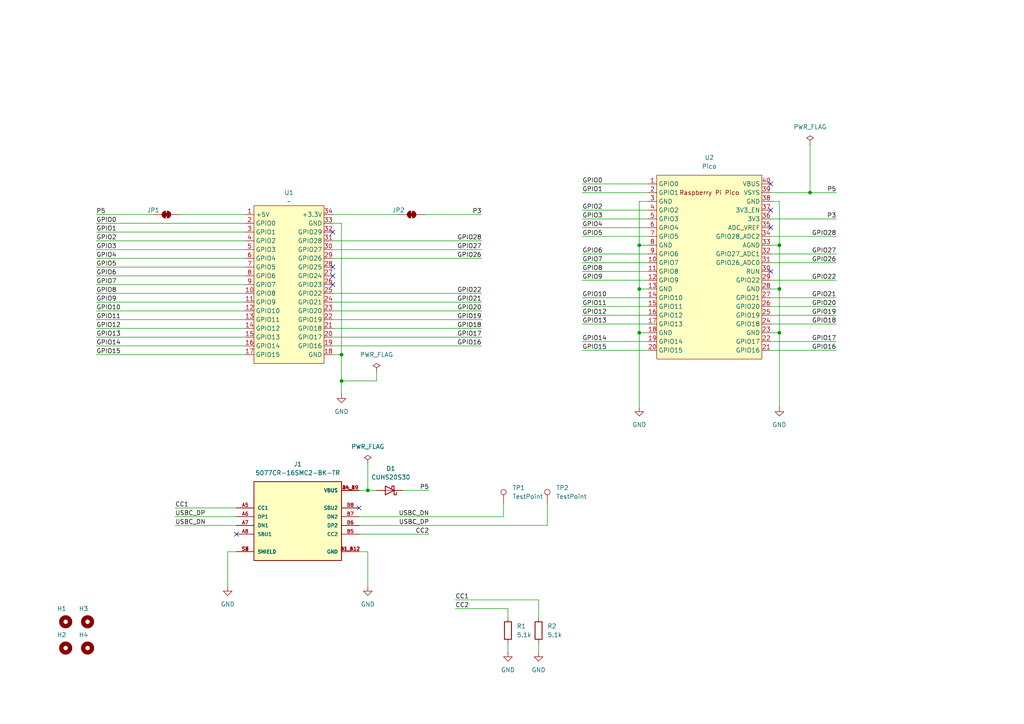
<source format=kicad_sch>
(kicad_sch (version 20231120) (generator "eeschema") (generator_version "8.0")
  (paper "A4")
  (lib_symbols
    (symbol "Connector:TestPoint" (pin_numbers hide) (pin_names (offset 0.762) hide)
      (property "Reference" "TP" (at 0 6.858 0))
      (property "Value" "TestPoint" (at 0 5.08 0))
      (symbol "TestPoint_0_1"
        (circle (center 0 3.302) (radius 0.762))
      )
      (symbol "TestPoint_1_1"
        (pin passive line (at 0 0 90) (length 2.54) (name "1") (number "1"))
      )
    )
    (symbol "Device:D_Schottky" (pin_numbers hide) (pin_names (offset 1.016) hide)
      (property "Reference" "D" (at 0 2.54 0))
      (property "Value" "D_Schottky" (at 0 -2.54 0))
      (symbol "D_Schottky_0_1"
        (polyline (pts (xy 1.27 0) (xy -1.27 0)))
        (polyline (pts (xy 1.27 1.27) (xy 1.27 -1.27) (xy -1.27 0) (xy 1.27 1.27)) (stroke (width 0.254)))
        (polyline (pts (xy -1.905 0.635) (xy -1.905 1.27) (xy -1.27 1.27) (xy -1.27 -1.27) (xy -0.635 -1.27) (xy -0.635 -0.635)) (stroke (width 0.254)))
      )
      (symbol "D_Schottky_1_1"
        (pin passive line (at -3.81 0 0) (length 2.54) (name "K") (number "1"))
        (pin passive line (at 3.81 0 180) (length 2.54) (name "A") (number "2"))
      )
    )
    (symbol "Device:R" (pin_numbers hide) (pin_names (offset 0))
      (property "Reference" "R" (at 2.032 0 90))
      (property "Value" "R" (at 0 0 90))
      (symbol "R_0_1"
        (rectangle (start -1.016 -2.54) (end 1.016 2.54) (stroke (width 0.254)))
      )
      (symbol "R_1_1"
        (pin passive line (at 0 3.81 270) (length 1.27) (name "~") (number "1"))
        (pin passive line (at 0 -3.81 90) (length 1.27) (name "~") (number "2"))
      )
    )
    (symbol "Jumper:SolderJumper_2_Bridged" (pin_numbers hide) (pin_names (offset 0) hide) (exclude_from_sim yes) (in_bom no)
      (property "Reference" "JP" (at 0 2.032 0))
      (property "Value" "SolderJumper_2_Bridged" (at 0 -2.54 0))
      (symbol "SolderJumper_2_Bridged_0_1"
        (rectangle (start -0.508 0.508) (end 0.508 -0.508) (fill (type outline)))
        (arc (start -0.254 1.016) (mid -1.2656 0) (end -0.254 -1.016))
        (arc (start -0.254 1.016) (mid -1.2656 0) (end -0.254 -1.016) (fill (type outline)))
        (polyline (pts (xy -0.254 1.016) (xy -0.254 -1.016)))
        (polyline (pts (xy 0.254 1.016) (xy 0.254 -1.016)))
        (arc (start 0.254 -1.016) (mid 1.2656 0) (end 0.254 1.016))
        (arc (start 0.254 -1.016) (mid 1.2656 0) (end 0.254 1.016) (fill (type outline)))
      )
      (symbol "SolderJumper_2_Bridged_1_1"
        (pin passive line (at -3.81 0 0) (length 2.54) (name "A") (number "1"))
        (pin passive line (at 3.81 0 180) (length 2.54) (name "B") (number "2"))
      )
    )
    (symbol "Mechanical:MountingHole" (pin_names (offset 1.016)) (exclude_from_sim yes) (in_bom no)
      (property "Reference" "H" (at 0 5.08 0))
      (property "Value" "MountingHole" (at 0 3.175 0))
      (symbol "MountingHole_0_1"
        (circle (center 0 0) (radius 1.27) (stroke (width 1.27)))
      )
    )
    (symbol "ae-rp2040:AE-RP2040"
      (property "Reference" "U" (at 0 24.13 0))
      (symbol "AE-RP2040_1_1"
        (rectangle (start -10.16 22.86) (end 10.16 -22.86) (fill (type background)))
        (pin power_out line (at -12.7 20.32 0) (length 2.54) (name "+5V") (number "1"))
        (pin bidirectional line (at -12.7 -2.54 0) (length 2.54) (name "GPIO8") (number "10"))
        (pin bidirectional line (at -12.7 -5.08 0) (length 2.54) (name "GPIO9") (number "11"))
        (pin bidirectional line (at -12.7 -7.62 0) (length 2.54) (name "GPIO10") (number "12"))
        (pin bidirectional line (at -12.7 -10.16 0) (length 2.54) (name "GPIO11") (number "13"))
        (pin bidirectional line (at -12.7 -12.7 0) (length 2.54) (name "GPIO12") (number "14"))
        (pin bidirectional line (at -12.7 -15.24 0) (length 2.54) (name "GPIO13") (number "15"))
        (pin bidirectional line (at -12.7 -17.78 0) (length 2.54) (name "GPIO14") (number "16"))
        (pin bidirectional line (at -12.7 -20.32 0) (length 2.54) (name "GPIO15") (number "17"))
        (pin power_in line (at 12.7 -20.32 180) (length 2.54) (name "GND") (number "18"))
        (pin bidirectional line (at 12.7 -17.78 180) (length 2.54) (name "GPIO16") (number "19"))
        (pin bidirectional line (at -12.7 17.78 0) (length 2.54) (name "GPIO0") (number "2"))
        (pin bidirectional line (at 12.7 -15.24 180) (length 2.54) (name "GPIO17") (number "20"))
        (pin bidirectional line (at 12.7 -12.7 180) (length 2.54) (name "GPIO18") (number "21"))
        (pin bidirectional line (at 12.7 -10.16 180) (length 2.54) (name "GPIO19") (number "22"))
        (pin bidirectional line (at 12.7 -7.62 180) (length 2.54) (name "GPIO20") (number "23"))
        (pin bidirectional line (at 12.7 -5.08 180) (length 2.54) (name "GPIO21") (number "24"))
        (pin bidirectional line (at 12.7 -2.54 180) (length 2.54) (name "GPIO22") (number "25"))
        (pin bidirectional line (at 12.7 0 180) (length 2.54) (name "GPIO23") (number "26"))
        (pin bidirectional line (at 12.7 2.54 180) (length 2.54) (name "GPIO24") (number "27"))
        (pin bidirectional line (at 12.7 5.08 180) (length 2.54) (name "GPIO25") (number "28"))
        (pin bidirectional line (at 12.7 7.62 180) (length 2.54) (name "GPIO26") (number "29"))
        (pin bidirectional line (at -12.7 15.24 0) (length 2.54) (name "GPIO1") (number "3"))
        (pin bidirectional line (at 12.7 10.16 180) (length 2.54) (name "GPIO27") (number "30"))
        (pin bidirectional line (at 12.7 12.7 180) (length 2.54) (name "GPIO28") (number "31"))
        (pin bidirectional line (at 12.7 15.24 180) (length 2.54) (name "GPIO29") (number "32"))
        (pin power_in line (at 12.7 17.78 180) (length 2.54) (name "GND") (number "33"))
        (pin power_out line (at 12.7 20.32 180) (length 2.54) (name "+3.3V") (number "34"))
        (pin bidirectional line (at -12.7 12.7 0) (length 2.54) (name "GPIO2") (number "4"))
        (pin bidirectional line (at -12.7 10.16 0) (length 2.54) (name "GPIO3") (number "5"))
        (pin bidirectional line (at -12.7 7.62 0) (length 2.54) (name "GPIO4") (number "6"))
        (pin bidirectional line (at -12.7 5.08 0) (length 2.54) (name "GPIO5") (number "7"))
        (pin bidirectional line (at -12.7 2.54 0) (length 2.54) (name "GPIO6") (number "8"))
        (pin bidirectional line (at -12.7 0 0) (length 2.54) (name "GPIO7") (number "9"))
      )
    )
    (symbol "my_pico:my_pico_no_dbg"
      (property "Reference" "U" (at -13.97 27.94 0))
      (property "Value" "Pico" (at 0 19.05 0))
      (symbol "my_pico_no_dbg_0_0"
        (text "Raspberry Pi Pico" (at 0 21.59 0) (effects (font (size 1.27 1.27))))
      )
      (symbol "my_pico_no_dbg_0_1"
        (rectangle (start -15.24 26.67) (end 15.24 -26.67) (fill (type background)))
      )
      (symbol "my_pico_no_dbg_1_1"
        (pin bidirectional line (at -17.78 24.13 0) (length 2.54) (name "GPIO0") (number "1"))
        (pin bidirectional line (at -17.78 1.27 0) (length 2.54) (name "GPIO7") (number "10"))
        (pin bidirectional line (at -17.78 -1.27 0) (length 2.54) (name "GPIO8") (number "11"))
        (pin bidirectional line (at -17.78 -3.81 0) (length 2.54) (name "GPIO9") (number "12"))
        (pin power_in line (at -17.78 -6.35 0) (length 2.54) (name "GND") (number "13"))
        (pin bidirectional line (at -17.78 -8.89 0) (length 2.54) (name "GPIO10") (number "14"))
        (pin bidirectional line (at -17.78 -11.43 0) (length 2.54) (name "GPIO11") (number "15"))
        (pin bidirectional line (at -17.78 -13.97 0) (length 2.54) (name "GPIO12") (number "16"))
        (pin bidirectional line (at -17.78 -16.51 0) (length 2.54) (name "GPIO13") (number "17"))
        (pin power_in line (at -17.78 -19.05 0) (length 2.54) (name "GND") (number "18"))
        (pin bidirectional line (at -17.78 -21.59 0) (length 2.54) (name "GPIO14") (number "19"))
        (pin bidirectional line (at -17.78 21.59 0) (length 2.54) (name "GPIO1") (number "2"))
        (pin bidirectional line (at -17.78 -24.13 0) (length 2.54) (name "GPIO15") (number "20"))
        (pin bidirectional line (at 17.78 -24.13 180) (length 2.54) (name "GPIO16") (number "21"))
        (pin bidirectional line (at 17.78 -21.59 180) (length 2.54) (name "GPIO17") (number "22"))
        (pin power_in line (at 17.78 -19.05 180) (length 2.54) (name "GND") (number "23"))
        (pin bidirectional line (at 17.78 -16.51 180) (length 2.54) (name "GPIO18") (number "24"))
        (pin bidirectional line (at 17.78 -13.97 180) (length 2.54) (name "GPIO19") (number "25"))
        (pin bidirectional line (at 17.78 -11.43 180) (length 2.54) (name "GPIO20") (number "26"))
        (pin bidirectional line (at 17.78 -8.89 180) (length 2.54) (name "GPIO21") (number "27"))
        (pin power_in line (at 17.78 -6.35 180) (length 2.54) (name "GND") (number "28"))
        (pin bidirectional line (at 17.78 -3.81 180) (length 2.54) (name "GPIO22") (number "29"))
        (pin power_in line (at -17.78 19.05 0) (length 2.54) (name "GND") (number "3"))
        (pin input line (at 17.78 -1.27 180) (length 2.54) (name "RUN") (number "30"))
        (pin bidirectional line (at 17.78 1.27 180) (length 2.54) (name "GPIO26_ADC0") (number "31"))
        (pin bidirectional line (at 17.78 3.81 180) (length 2.54) (name "GPIO27_ADC1") (number "32"))
        (pin power_in line (at 17.78 6.35 180) (length 2.54) (name "AGND") (number "33"))
        (pin bidirectional line (at 17.78 8.89 180) (length 2.54) (name "GPIO28_ADC2") (number "34"))
        (pin power_in line (at 17.78 11.43 180) (length 2.54) (name "ADC_VREF") (number "35"))
        (pin power_out line (at 17.78 13.97 180) (length 2.54) (name "3V3") (number "36"))
        (pin input line (at 17.78 16.51 180) (length 2.54) (name "3V3_EN") (number "37"))
        (pin power_in line (at 17.78 19.05 180) (length 2.54) (name "GND") (number "38"))
        (pin power_in line (at 17.78 21.59 180) (length 2.54) (name "VSYS") (number "39"))
        (pin bidirectional line (at -17.78 16.51 0) (length 2.54) (name "GPIO2") (number "4"))
        (pin power_in line (at 17.78 24.13 180) (length 2.54) (name "VBUS") (number "40"))
        (pin bidirectional line (at -17.78 13.97 0) (length 2.54) (name "GPIO3") (number "5"))
        (pin bidirectional line (at -17.78 11.43 0) (length 2.54) (name "GPIO4") (number "6"))
        (pin bidirectional line (at -17.78 8.89 0) (length 2.54) (name "GPIO5") (number "7"))
        (pin power_in line (at -17.78 6.35 0) (length 2.54) (name "GND") (number "8"))
        (pin bidirectional line (at -17.78 3.81 0) (length 2.54) (name "GPIO6") (number "9"))
      )
    )
    (symbol "power:GND" (power) (pin_numbers hide) (pin_names (offset 0) hide)
      (property "Value" "GND" (at 0 -3.81 0))
      (symbol "GND_0_1"
        (polyline (pts (xy 0 0) (xy 0 -1.27) (xy 1.27 -1.27) (xy 0 -2.54) (xy -1.27 -1.27) (xy 0 -1.27)))
      )
      (symbol "GND_1_1"
        (pin power_in line (at 0 0 270) (length 0) (name "~") (number "1"))
      )
    )
    (symbol "power:PWR_FLAG" (power) (pin_numbers hide) (pin_names (offset 0) hide)
      (property "Value" "PWR_FLAG" (at 0 3.81 0))
      (symbol "PWR_FLAG_0_0"
        (pin power_out line (at 0 0 90) (length 0) (name "~") (number "1"))
      )
      (symbol "PWR_FLAG_0_1"
        (polyline (pts (xy 0 0) (xy 0 1.27) (xy -1.016 1.905) (xy 0 2.54) (xy 1.016 1.905) (xy 0 1.27)))
      )
    )
    (symbol "usb-c:5077CR-16SMC2-BK-TR" (pin_names (offset 1.016))
      (property "Reference" "J" (at -12.7 10.922 0))
      (property "Value" "5077CR-16SMC2-BK-TR" (at -12.7 -15.24 0))
      (symbol "5077CR-16SMC2-BK-TR_0_0"
        (rectangle (start -12.7 -12.7) (end 12.7 10.16) (stroke (width 0.254)) (fill (type background)))
        (pin power_in line (at 17.78 -10.16 180) (length 5.08) (name "GND") (number "A1_B12"))
        (pin power_in line (at 17.78 7.62 180) (length 5.08) (name "VBUS") (number "A4_B9"))
        (pin passive line (at -17.78 2.54 0) (length 5.08) (name "CC1") (number "A5"))
        (pin passive line (at -17.78 0 0) (length 5.08) (name "DP1") (number "A6"))
        (pin passive line (at -17.78 -2.54 0) (length 5.08) (name "DN1") (number "A7"))
        (pin passive line (at -17.78 -5.08 0) (length 5.08) (name "SBU1") (number "A8"))
        (pin power_in line (at 17.78 -10.16 180) (length 5.08) (name "GND") (number "B1_A12"))
        (pin power_in line (at 17.78 7.62 180) (length 5.08) (name "VBUS") (number "B4_A9"))
        (pin passive line (at 17.78 -5.08 180) (length 5.08) (name "CC2") (number "B5"))
        (pin passive line (at 17.78 -2.54 180) (length 5.08) (name "DP2") (number "B6"))
        (pin passive line (at 17.78 0 180) (length 5.08) (name "DN2") (number "B7"))
        (pin passive line (at 17.78 2.54 180) (length 5.08) (name "SBU2") (number "B8"))
        (pin passive line (at -17.78 -10.16 0) (length 5.08) (name "SHIELD") (number "S1"))
        (pin passive line (at -17.78 -10.16 0) (length 5.08) (name "SHIELD") (number "S2"))
        (pin passive line (at -17.78 -10.16 0) (length 5.08) (name "SHIELD") (number "S3"))
        (pin passive line (at -17.78 -10.16 0) (length 5.08) (name "SHIELD") (number "S4"))
      )
    )
  )
  (junction (at 99.06 102.87))
  (junction (at 185.42 71.12))
  (junction (at 226.06 83.82))
  (junction (at 234.95 55.88))
  (junction (at 99.06 110.49))
  (junction (at 226.06 71.12))
  (junction (at 226.06 96.52))
  (junction (at 185.42 83.82))
  (junction (at 185.42 96.52))
  (junction (at 106.68 142.24))
  (no_connect (at 223.52 60.96))
  (no_connect (at 223.52 66.04))
  (no_connect (at 223.52 53.34))
  (no_connect (at 96.52 77.47))
  (no_connect (at 104.14 147.32))
  (no_connect (at 96.52 80.01))
  (no_connect (at 223.52 78.74))
  (no_connect (at 96.52 67.31))
  (no_connect (at 68.58 154.94))
  (no_connect (at 96.52 82.55))
  (wire (pts (xy 185.42 58.42) (xy 185.42 71.12)))
  (wire (pts (xy 185.42 83.82) (xy 185.42 96.52)))
  (wire (pts (xy 147.32 186.69) (xy 147.32 189.23)))
  (wire (pts (xy 96.52 87.63) (xy 139.7 87.63)))
  (wire (pts (xy 223.52 99.06) (xy 242.57 99.06)))
  (wire (pts (xy 168.91 78.74) (xy 187.96 78.74)))
  (wire (pts (xy 185.42 83.82) (xy 187.96 83.82)))
  (wire (pts (xy 223.52 63.5) (xy 242.57 63.5)))
  (wire (pts (xy 96.52 72.39) (xy 139.7 72.39)))
  (wire (pts (xy 223.52 58.42) (xy 226.06 58.42)))
  (wire (pts (xy 226.06 58.42) (xy 226.06 71.12)))
  (wire (pts (xy 185.42 58.42) (xy 187.96 58.42)))
  (wire (pts (xy 96.52 62.23) (xy 115.57 62.23)))
  (wire (pts (xy 168.91 73.66) (xy 187.96 73.66)))
  (wire (pts (xy 158.75 146.05) (xy 158.75 152.4)))
  (wire (pts (xy 27.94 64.77) (xy 71.12 64.77)))
  (wire (pts (xy 96.52 100.33) (xy 139.7 100.33)))
  (wire (pts (xy 96.52 85.09) (xy 139.7 85.09)))
  (wire (pts (xy 99.06 110.49) (xy 99.06 114.3)))
  (wire (pts (xy 223.52 73.66) (xy 242.57 73.66)))
  (wire (pts (xy 27.94 67.31) (xy 71.12 67.31)))
  (wire (pts (xy 96.52 95.25) (xy 139.7 95.25)))
  (wire (pts (xy 223.52 68.58) (xy 242.57 68.58)))
  (wire (pts (xy 27.94 62.23) (xy 44.45 62.23)))
  (wire (pts (xy 168.91 93.98) (xy 187.96 93.98)))
  (wire (pts (xy 226.06 83.82) (xy 226.06 96.52)))
  (wire (pts (xy 168.91 101.6) (xy 187.96 101.6)))
  (wire (pts (xy 123.19 62.23) (xy 139.7 62.23)))
  (wire (pts (xy 68.58 160.02) (xy 66.04 160.02)))
  (wire (pts (xy 234.95 55.88) (xy 242.57 55.88)))
  (wire (pts (xy 168.91 63.5) (xy 187.96 63.5)))
  (wire (pts (xy 168.91 76.2) (xy 187.96 76.2)))
  (wire (pts (xy 96.52 97.79) (xy 139.7 97.79)))
  (wire (pts (xy 104.14 152.4) (xy 158.75 152.4)))
  (wire (pts (xy 106.68 160.02) (xy 106.68 170.18)))
  (wire (pts (xy 96.52 69.85) (xy 139.7 69.85)))
  (wire (pts (xy 99.06 102.87) (xy 99.06 110.49)))
  (wire (pts (xy 50.8 147.32) (xy 68.58 147.32)))
  (wire (pts (xy 168.91 81.28) (xy 187.96 81.28)))
  (wire (pts (xy 27.94 80.01) (xy 71.12 80.01)))
  (wire (pts (xy 116.84 142.24) (xy 124.46 142.24)))
  (wire (pts (xy 50.8 149.86) (xy 68.58 149.86)))
  (wire (pts (xy 185.42 71.12) (xy 185.42 83.82)))
  (wire (pts (xy 223.52 83.82) (xy 226.06 83.82)))
  (wire (pts (xy 185.42 96.52) (xy 187.96 96.52)))
  (wire (pts (xy 106.68 142.24) (xy 109.22 142.24)))
  (wire (pts (xy 27.94 77.47) (xy 71.12 77.47)))
  (wire (pts (xy 27.94 87.63) (xy 71.12 87.63)))
  (wire (pts (xy 146.05 146.05) (xy 146.05 149.86)))
  (wire (pts (xy 168.91 88.9) (xy 187.96 88.9)))
  (wire (pts (xy 99.06 110.49) (xy 109.22 110.49)))
  (wire (pts (xy 185.42 96.52) (xy 185.42 118.11)))
  (wire (pts (xy 168.91 55.88) (xy 187.96 55.88)))
  (wire (pts (xy 156.21 179.07) (xy 156.21 173.99)))
  (wire (pts (xy 234.95 41.91) (xy 234.95 55.88)))
  (wire (pts (xy 27.94 102.87) (xy 71.12 102.87)))
  (wire (pts (xy 104.14 154.94) (xy 124.46 154.94)))
  (wire (pts (xy 104.14 160.02) (xy 106.68 160.02)))
  (wire (pts (xy 96.52 64.77) (xy 99.06 64.77)))
  (wire (pts (xy 223.52 55.88) (xy 234.95 55.88)))
  (wire (pts (xy 66.04 160.02) (xy 66.04 170.18)))
  (wire (pts (xy 168.91 91.44) (xy 187.96 91.44)))
  (wire (pts (xy 96.52 90.17) (xy 139.7 90.17)))
  (wire (pts (xy 223.52 71.12) (xy 226.06 71.12)))
  (wire (pts (xy 226.06 96.52) (xy 226.06 118.11)))
  (wire (pts (xy 223.52 81.28) (xy 242.57 81.28)))
  (wire (pts (xy 132.08 173.99) (xy 156.21 173.99)))
  (wire (pts (xy 27.94 97.79) (xy 71.12 97.79)))
  (wire (pts (xy 223.52 76.2) (xy 242.57 76.2)))
  (wire (pts (xy 223.52 101.6) (xy 242.57 101.6)))
  (wire (pts (xy 223.52 88.9) (xy 242.57 88.9)))
  (wire (pts (xy 27.94 72.39) (xy 71.12 72.39)))
  (wire (pts (xy 168.91 53.34) (xy 187.96 53.34)))
  (wire (pts (xy 50.8 152.4) (xy 68.58 152.4)))
  (wire (pts (xy 96.52 92.71) (xy 139.7 92.71)))
  (wire (pts (xy 96.52 102.87) (xy 99.06 102.87)))
  (wire (pts (xy 99.06 64.77) (xy 99.06 102.87)))
  (wire (pts (xy 185.42 71.12) (xy 187.96 71.12)))
  (wire (pts (xy 168.91 99.06) (xy 187.96 99.06)))
  (wire (pts (xy 27.94 85.09) (xy 71.12 85.09)))
  (wire (pts (xy 168.91 66.04) (xy 187.96 66.04)))
  (wire (pts (xy 226.06 71.12) (xy 226.06 83.82)))
  (wire (pts (xy 168.91 68.58) (xy 187.96 68.58)))
  (wire (pts (xy 168.91 60.96) (xy 187.96 60.96)))
  (wire (pts (xy 223.52 91.44) (xy 242.57 91.44)))
  (wire (pts (xy 27.94 95.25) (xy 71.12 95.25)))
  (wire (pts (xy 156.21 186.69) (xy 156.21 189.23)))
  (wire (pts (xy 52.07 62.23) (xy 71.12 62.23)))
  (wire (pts (xy 223.52 93.98) (xy 242.57 93.98)))
  (wire (pts (xy 106.68 134.62) (xy 106.68 142.24)))
  (wire (pts (xy 27.94 82.55) (xy 71.12 82.55)))
  (wire (pts (xy 104.14 149.86) (xy 146.05 149.86)))
  (wire (pts (xy 27.94 90.17) (xy 71.12 90.17)))
  (wire (pts (xy 27.94 92.71) (xy 71.12 92.71)))
  (wire (pts (xy 27.94 74.93) (xy 71.12 74.93)))
  (wire (pts (xy 27.94 100.33) (xy 71.12 100.33)))
  (wire (pts (xy 109.22 107.95) (xy 109.22 110.49)))
  (wire (pts (xy 104.14 142.24) (xy 106.68 142.24)))
  (wire (pts (xy 96.52 74.93) (xy 139.7 74.93)))
  (wire (pts (xy 147.32 179.07) (xy 147.32 176.53)))
  (wire (pts (xy 168.91 86.36) (xy 187.96 86.36)))
  (wire (pts (xy 223.52 86.36) (xy 242.57 86.36)))
  (wire (pts (xy 27.94 69.85) (xy 71.12 69.85)))
  (wire (pts (xy 132.08 176.53) (xy 147.32 176.53)))
  (wire (pts (xy 223.52 96.52) (xy 226.06 96.52)))
  (label "GPIO16" (at 242.57 101.6 180))
  (label "GPIO11" (at 27.94 92.71 0))
  (label "P5" (at 27.94 62.23 0))
  (label "P3" (at 139.7 62.23 180))
  (label "GPIO10" (at 168.91 86.36 0))
  (label "GPIO20" (at 242.57 88.9 180))
  (label "GPIO27" (at 139.7 72.39 180))
  (label "GPIO18" (at 139.7 95.25 180))
  (label "USBC_DN" (at 124.46 149.86 180))
  (label "GPIO0" (at 27.94 64.77 0))
  (label "P3" (at 242.57 63.5 180))
  (label "CC1" (at 50.8 147.32 0))
  (label "GPIO7" (at 168.91 76.2 0))
  (label "GPIO1" (at 27.94 67.31 0))
  (label "GPIO10" (at 27.94 90.17 0))
  (label "GPIO22" (at 242.57 81.28 180))
  (label "P5" (at 242.57 55.88 180))
  (label "CC2" (at 124.46 154.94 180))
  (label "GPIO27" (at 242.57 73.66 180))
  (label "GPIO12" (at 168.91 91.44 0))
  (label "GPIO1" (at 168.91 55.88 0))
  (label "CC2" (at 132.08 176.53 0))
  (label "GPIO9" (at 168.91 81.28 0))
  (label "GPIO3" (at 27.94 72.39 0))
  (label "GPIO14" (at 168.91 99.06 0))
  (label "USBC_DP" (at 124.46 152.4 180))
  (label "GPIO11" (at 168.91 88.9 0))
  (label "GPIO8" (at 27.94 85.09 0))
  (label "GPIO19" (at 242.57 91.44 180))
  (label "CC1" (at 132.08 173.99 0))
  (label "GPIO17" (at 242.57 99.06 180))
  (label "GPIO21" (at 242.57 86.36 180))
  (label "GPIO13" (at 168.91 93.98 0))
  (label "GPIO2" (at 168.91 60.96 0))
  (label "GPIO6" (at 27.94 80.01 0))
  (label "GPIO26" (at 242.57 76.2 180))
  (label "GPIO19" (at 139.7 92.71 180))
  (label "GPIO8" (at 168.91 78.74 0))
  (label "GPIO28" (at 242.57 68.58 180))
  (label "GPIO6" (at 168.91 73.66 0))
  (label "GPIO16" (at 139.7 100.33 180))
  (label "GPIO26" (at 139.7 74.93 180))
  (label "GPIO4" (at 168.91 66.04 0))
  (label "P5" (at 124.46 142.24 180))
  (label "GPIO7" (at 27.94 82.55 0))
  (label "GPIO5" (at 168.91 68.58 0))
  (label "GPIO28" (at 139.7 69.85 180))
  (label "GPIO20" (at 139.7 90.17 180))
  (label "GPIO17" (at 139.7 97.79 180))
  (label "GPIO15" (at 27.94 102.87 0))
  (label "GPIO3" (at 168.91 63.5 0))
  (label "GPIO22" (at 139.7 85.09 180))
  (label "GPIO2" (at 27.94 69.85 0))
  (label "GPIO12" (at 27.94 95.25 0))
  (label "USBC_DN" (at 50.8 152.4 0))
  (label "GPIO5" (at 27.94 77.47 0))
  (label "GPIO18" (at 242.57 93.98 180))
  (label "GPIO14" (at 27.94 100.33 0))
  (label "GPIO15" (at 168.91 101.6 0))
  (label "GPIO0" (at 168.91 53.34 0))
  (label "GPIO21" (at 139.7 87.63 180))
  (label "GPIO9" (at 27.94 87.63 0))
  (label "GPIO13" (at 27.94 97.79 0))
  (label "GPIO4" (at 27.94 74.93 0))
  (label "USBC_DP" (at 50.8 149.86 0))
  (symbol (lib_id "Mechanical:MountingHole") (at 19.05 180.34 0) (unit 1) (exclude_from_sim yes) (in_bom no)
    (property "Reference" "H1" (at 16.51 176.53 0) (effects (justify left)))
    (property "Value" "MountingHole" (effects (hide yes)))
    (property "Footprint" "MountingHole:MountingHole_3.2mm_M3" (effects (hide yes)))
    (property "Description" "Mounting Hole without connection" (effects (hide yes)))
  )
  (symbol (lib_id "power:GND") (at 99.06 114.3 0) (unit 1)
    (property "Reference" "#PWR02" (effects (hide yes)))
    (property "Value" "GND" (at 99.06 119.38 0))
    (property "Description" "Power symbol creates a global label with name \"GND\" , ground" (effects (hide yes)))
  )
  (symbol (lib_id "Device:D_Schottky") (at 113.03 142.24 180) (unit 1)
    (property "Reference" "D1" (at 113.3475 135.89 0))
    (property "Value" "CUHS20S30" (at 113.3475 138.43 0))
    (property "Footprint" "Diode_SMD:D_SOD-323_HandSoldering" (effects (hide yes)))
    (property "Description" "Schottky diode" (effects (hide yes)))
  )
  (symbol (lib_id "power:GND") (at 147.32 189.23 0) (unit 1)
    (property "Reference" "#PWR04" (effects (hide yes)))
    (property "Value" "GND" (at 147.32 194.31 0))
    (property "Description" "Power symbol creates a global label with name \"GND\" , ground" (effects (hide yes)))
  )
  (symbol (lib_id "power:PWR_FLAG") (at 106.68 134.62 0) (unit 1)
    (property "Reference" "#FLG01" (effects (hide yes)))
    (property "Value" "PWR_FLAG" (at 106.68 129.54 0))
    (property "Description" "Special symbol for telling ERC where power comes from" (effects (hide yes)))
  )
  (symbol (lib_id "Mechanical:MountingHole") (at 25.4 180.34 0) (unit 1) (exclude_from_sim yes) (in_bom no)
    (property "Reference" "H3" (at 22.86 176.53 0) (effects (justify left)))
    (property "Value" "MountingHole" (effects (hide yes)))
    (property "Footprint" "MountingHole:MountingHole_3.2mm_M3" (effects (hide yes)))
    (property "Description" "Mounting Hole without connection" (effects (hide yes)))
  )
  (symbol (lib_id "power:PWR_FLAG") (at 234.95 41.91 0) (unit 1)
    (property "Reference" "#FLG03" (effects (hide yes)))
    (property "Value" "PWR_FLAG" (at 234.95 36.83 0))
    (property "Description" "Special symbol for telling ERC where power comes from" (effects (hide yes)))
  )
  (symbol (lib_id "power:GND") (at 226.06 118.11 0) (unit 1)
    (property "Reference" "#PWR07" (effects (hide yes)))
    (property "Value" "GND" (at 226.06 123.19 0))
    (property "Description" "Power symbol creates a global label with name \"GND\" , ground" (effects (hide yes)))
  )
  (symbol (lib_id "power:GND") (at 66.04 170.18 0) (unit 1)
    (property "Reference" "#PWR01" (effects (hide yes)))
    (property "Value" "GND" (at 66.04 175.26 0))
    (property "Description" "Power symbol creates a global label with name \"GND\" , ground" (effects (hide yes)))
  )
  (symbol (lib_id "power:GND") (at 185.42 118.11 0) (unit 1)
    (property "Reference" "#PWR06" (effects (hide yes)))
    (property "Value" "GND" (at 185.42 123.19 0))
    (property "Description" "Power symbol creates a global label with name \"GND\" , ground" (effects (hide yes)))
  )
  (symbol (lib_id "usb-c:5077CR-16SMC2-BK-TR") (at 86.36 149.86 0) (unit 1)
    (property "Reference" "J1" (at 86.36 134.62 0))
    (property "Value" "5077CR-16SMC2-BK-TR" (at 86.36 137.16 0))
    (property "Footprint" "usb-c:NELTRON_5077CR-16SMC2-BK-TR" (effects (hide yes)))
    (property "MF" "Neltron" (effects (hide yes)))
    (property "MAXIMUM_PACKAGE_HEIGHT" "3.26mm" (effects (hide yes)))
    (property "Package" "Package" (effects (hide yes)))
    (property "Price" "None" (effects (hide yes)))
    (property "Check_prices" "https://www.snapeda.com/parts/5077CR-16SMC2-BK-TR/Neltron/view-part/?ref=eda" (effects (hide yes)))
    (property "STANDARD" "Manufacturer Recommendations" (effects (hide yes)))
    (property "PARTREV" "B" (effects (hide yes)))
    (property "SnapEDA_Link" "https://www.snapeda.com/parts/5077CR-16SMC2-BK-TR/Neltron/view-part/?ref=snap" (effects (hide yes)))
    (property "MP" "5077CR-16SMC2-BK-TR" (effects (hide yes)))
    (property "Description_1" "\nUSB 3.1 C Type Female with Peg\n" (effects (hide yes)))
    (property "MANUFACTURER" "Neltron" (effects (hide yes)))
    (property "Availability" "Not in stock" (effects (hide yes)))
    (property "SNAPEDA_PN" "5077CR-16SMC2-BK-TR" (effects (hide yes)))
  )
  (symbol (lib_id "Device:R") (at 156.21 182.88 0) (unit 1)
    (property "Reference" "R2" (at 158.75 181.6099 0) (effects (justify left)))
    (property "Value" "5.1k" (at 158.75 184.1499 0) (effects (justify left)))
    (property "Footprint" "Resistor_SMD:R_0603_1608Metric" (effects (hide yes)))
    (property "Description" "Resistor" (effects (hide yes)))
  )
  (symbol (lib_id "Mechanical:MountingHole") (at 25.4 187.96 0) (unit 1) (exclude_from_sim yes) (in_bom no)
    (property "Reference" "H4" (at 22.86 184.15 0) (effects (justify left)))
    (property "Value" "MountingHole" (effects (hide yes)))
    (property "Footprint" "MountingHole:MountingHole_3.2mm_M3" (effects (hide yes)))
    (property "Description" "Mounting Hole without connection" (effects (hide yes)))
  )
  (symbol (lib_id "power:GND") (at 156.21 189.23 0) (unit 1)
    (property "Reference" "#PWR05" (effects (hide yes)))
    (property "Value" "GND" (at 156.21 194.31 0))
    (property "Description" "Power symbol creates a global label with name \"GND\" , ground" (effects (hide yes)))
  )
  (symbol (lib_id "Mechanical:MountingHole") (at 19.05 187.96 0) (unit 1) (exclude_from_sim yes) (in_bom no)
    (property "Reference" "H2" (at 16.51 184.15 0) (effects (justify left)))
    (property "Value" "MountingHole" (effects (hide yes)))
    (property "Footprint" "MountingHole:MountingHole_3.2mm_M3" (effects (hide yes)))
    (property "Description" "Mounting Hole without connection" (effects (hide yes)))
  )
  (symbol (lib_id "Jumper:SolderJumper_2_Bridged") (at 48.26 62.23 0) (unit 1) (exclude_from_sim yes) (in_bom no)
    (property "Reference" "JP1" (at 44.45 60.96 0))
    (property "Value" "SolderJumper_2_Bridged" (effects (hide yes)))
    (property "Footprint" "Jumper:SolderJumper-2_P1.3mm_Bridged_Pad1.0x1.5mm" (effects (hide yes)))
    (property "Description" "Solder Jumper, 2-pole, closed/bridged" (effects (hide yes)))
  )
  (symbol (lib_id "Jumper:SolderJumper_2_Bridged") (at 119.38 62.23 0) (unit 1) (exclude_from_sim yes) (in_bom no)
    (property "Reference" "JP2" (at 115.57 60.96 0))
    (property "Value" "SolderJumper_2_Bridged" (effects (hide yes)))
    (property "Footprint" "Jumper:SolderJumper-2_P1.3mm_Bridged_Pad1.0x1.5mm" (effects (hide yes)))
    (property "Description" "Solder Jumper, 2-pole, closed/bridged" (effects (hide yes)))
  )
  (symbol (lib_id "ae-rp2040:AE-RP2040") (at 83.82 82.55 0) (unit 1)
    (property "Reference" "U1" (at 83.82 55.88 0))
    (property "Value" "~" (at 83.82 58.42 0))
    (property "Footprint" "ae-rp2040:AE-RP2040" (effects (hide yes)))
  )
  (symbol (lib_id "Device:R") (at 147.32 182.88 0) (unit 1)
    (property "Reference" "R1" (at 149.86 181.6099 0) (effects (justify left)))
    (property "Value" "5.1k" (at 149.86 184.1499 0) (effects (justify left)))
    (property "Footprint" "Resistor_SMD:R_0603_1608Metric" (effects (hide yes)))
    (property "Description" "Resistor" (effects (hide yes)))
  )
  (symbol (lib_id "my_pico:my_pico_no_dbg") (at 205.74 77.47 0) (unit 1)
    (property "Reference" "U2" (at 205.74 45.72 0))
    (property "Value" "Pico" (at 205.74 48.26 0))
    (property "Footprint" "my_pico:pico_no_dbg_smd_th_p0.85" (effects (hide yes)))
  )
  (symbol (lib_id "Connector:TestPoint") (at 158.75 146.05 0) (unit 1) (in_bom no)
    (property "Reference" "TP2" (at 161.29 141.4779 0) (effects (justify left)))
    (property "Value" "TestPoint" (at 161.29 144.0179 0) (effects (justify left)))
    (property "Footprint" "TestPoint:TestPoint_Pad_D1.0mm" (effects (hide yes)))
    (property "Description" "test point" (effects (hide yes)))
  )
  (symbol (lib_id "power:GND") (at 106.68 170.18 0) (unit 1)
    (property "Reference" "#PWR03" (effects (hide yes)))
    (property "Value" "GND" (at 106.68 175.26 0))
    (property "Description" "Power symbol creates a global label with name \"GND\" , ground" (effects (hide yes)))
  )
  (symbol (lib_id "Connector:TestPoint") (at 146.05 146.05 0) (unit 1) (in_bom no)
    (property "Reference" "TP1" (at 148.59 141.4779 0) (effects (justify left)))
    (property "Value" "TestPoint" (at 148.59 144.0179 0) (effects (justify left)))
    (property "Footprint" "TestPoint:TestPoint_Pad_D1.0mm" (effects (hide yes)))
    (property "Description" "test point" (effects (hide yes)))
  )
  (symbol (lib_id "power:PWR_FLAG") (at 109.22 107.95 0) (unit 1)
    (property "Reference" "#FLG02" (effects (hide yes)))
    (property "Value" "PWR_FLAG" (at 109.22 102.87 0))
    (property "Description" "Special symbol for telling ERC where power comes from" (effects (hide yes)))
  )
)
</source>
